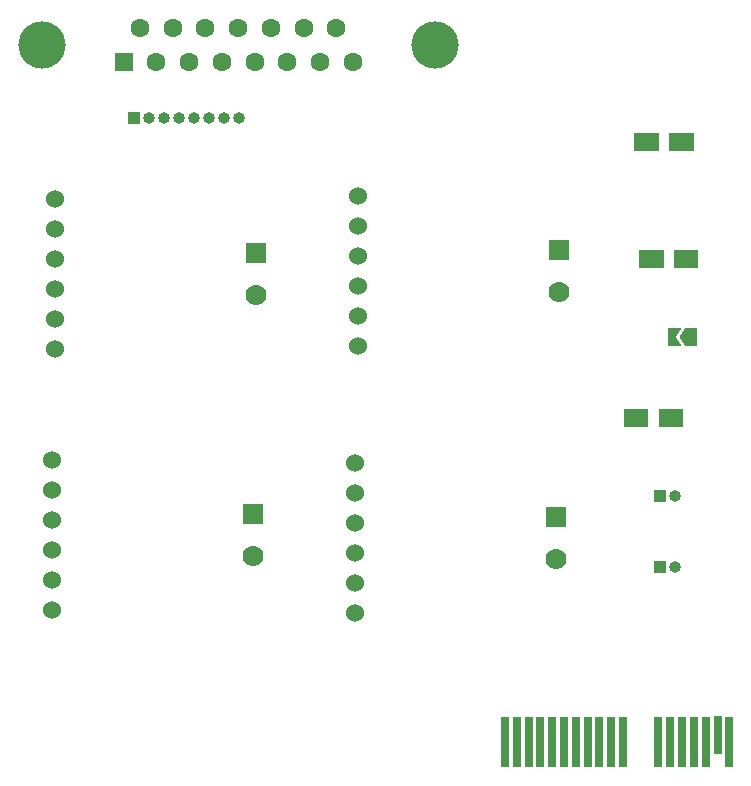
<source format=gbr>
%TF.GenerationSoftware,KiCad,Pcbnew,7.0.7*%
%TF.CreationDate,2023-09-27T23:09:15-07:00*%
%TF.ProjectId,TC-board,54432d62-6f61-4726-942e-6b696361645f,rev?*%
%TF.SameCoordinates,Original*%
%TF.FileFunction,Soldermask,Top*%
%TF.FilePolarity,Negative*%
%FSLAX46Y46*%
G04 Gerber Fmt 4.6, Leading zero omitted, Abs format (unit mm)*
G04 Created by KiCad (PCBNEW 7.0.7) date 2023-09-27 23:09:15*
%MOMM*%
%LPD*%
G01*
G04 APERTURE LIST*
G04 Aperture macros list*
%AMFreePoly0*
4,1,6,1.000000,0.000000,0.500000,-0.750000,-0.500000,-0.750000,-0.500000,0.750000,0.500000,0.750000,1.000000,0.000000,1.000000,0.000000,$1*%
%AMFreePoly1*
4,1,6,0.500000,-0.750000,-0.650000,-0.750000,-0.150000,0.000000,-0.650000,0.750000,0.500000,0.750000,0.500000,-0.750000,0.500000,-0.750000,$1*%
G04 Aperture macros list end*
%ADD10R,0.700000X4.300000*%
%ADD11R,0.700000X3.200000*%
%ADD12R,1.500000X1.500000*%
%ADD13FreePoly0,0.000000*%
%ADD14FreePoly0,180.000000*%
%ADD15C,4.000000*%
%ADD16R,1.600000X1.600000*%
%ADD17C,1.600000*%
%ADD18FreePoly1,180.000000*%
%ADD19C,1.524000*%
%ADD20R,1.778000X1.778000*%
%ADD21C,1.778000*%
%ADD22R,1.000000X1.000000*%
%ADD23O,1.000000X1.000000*%
G04 APERTURE END LIST*
D10*
%TO.C,J2*%
X145034000Y-106680000D03*
X146034000Y-106680000D03*
X147034000Y-106680000D03*
X148034000Y-106680000D03*
X149034000Y-106680000D03*
X150034000Y-106680000D03*
X151034000Y-106680000D03*
X152034000Y-106680000D03*
X153034000Y-106680000D03*
X154034000Y-106680000D03*
X155034000Y-106680000D03*
X158034000Y-106680000D03*
X159034000Y-106680000D03*
X160034000Y-106680000D03*
X161034000Y-106680000D03*
X162034000Y-106680000D03*
D11*
X163034000Y-106130000D03*
D10*
X164034000Y-106680000D03*
%TD*%
D12*
%TO.C,JP2*%
X156400000Y-79300000D03*
X158800000Y-79300000D03*
D13*
X155600000Y-79300000D03*
D14*
X159600000Y-79300000D03*
%TD*%
D15*
%TO.C,J1*%
X139098000Y-47666331D03*
X105798000Y-47666331D03*
D16*
X112753000Y-49086331D03*
D17*
X115523000Y-49086331D03*
X118293000Y-49086331D03*
X121063000Y-49086331D03*
X123833000Y-49086331D03*
X126603000Y-49086331D03*
X129373000Y-49086331D03*
X132143000Y-49086331D03*
X114138000Y-46246331D03*
X116908000Y-46246331D03*
X119678000Y-46246331D03*
X122448000Y-46246331D03*
X125218000Y-46246331D03*
X127988000Y-46246331D03*
X130758000Y-46246331D03*
%TD*%
D12*
%TO.C,JP1*%
X157700000Y-65800000D03*
X160100000Y-65800000D03*
D13*
X156900000Y-65800000D03*
D14*
X160900000Y-65800000D03*
%TD*%
D12*
%TO.C,JP3*%
X157300000Y-55900000D03*
X159700000Y-55900000D03*
D13*
X156500000Y-55900000D03*
D14*
X160500000Y-55900000D03*
%TD*%
%TO.C,JP4*%
X160825000Y-72400000D03*
D18*
X159375000Y-72400000D03*
%TD*%
D19*
%TO.C,A2*%
X132587000Y-65532000D03*
D20*
X149607260Y-65023460D03*
D21*
X149607260Y-68579460D03*
D19*
X132587000Y-60452000D03*
X132587000Y-73152000D03*
X132587000Y-70612000D03*
X132587000Y-68072000D03*
X132587000Y-62992000D03*
%TD*%
D22*
%TO.C,J3*%
X113660000Y-53848000D03*
D23*
X114930000Y-53848000D03*
X116200000Y-53848000D03*
X117470000Y-53848000D03*
X118740000Y-53848000D03*
X120010000Y-53848000D03*
X121280000Y-53848000D03*
X122550000Y-53848000D03*
%TD*%
D22*
%TO.C,J4*%
X158130000Y-91900000D03*
D23*
X159400000Y-91900000D03*
%TD*%
D19*
%TO.C,A1*%
X106933000Y-65786000D03*
D20*
X123953260Y-65277460D03*
D21*
X123953260Y-68833460D03*
D19*
X106933000Y-60706000D03*
X106933000Y-73406000D03*
X106933000Y-70866000D03*
X106933000Y-68326000D03*
X106933000Y-63246000D03*
%TD*%
%TO.C,A3*%
X106679000Y-87884000D03*
D20*
X123699260Y-87375460D03*
D21*
X123699260Y-90931460D03*
D19*
X106679000Y-82804000D03*
X106679000Y-95504000D03*
X106679000Y-92964000D03*
X106679000Y-90424000D03*
X106679000Y-85344000D03*
%TD*%
D22*
%TO.C,J5*%
X158150000Y-85900000D03*
D23*
X159420000Y-85900000D03*
%TD*%
D19*
%TO.C,A4*%
X132333000Y-88138000D03*
D20*
X149353260Y-87629460D03*
D21*
X149353260Y-91185460D03*
D19*
X132333000Y-83058000D03*
X132333000Y-95758000D03*
X132333000Y-93218000D03*
X132333000Y-90678000D03*
X132333000Y-85598000D03*
%TD*%
M02*

</source>
